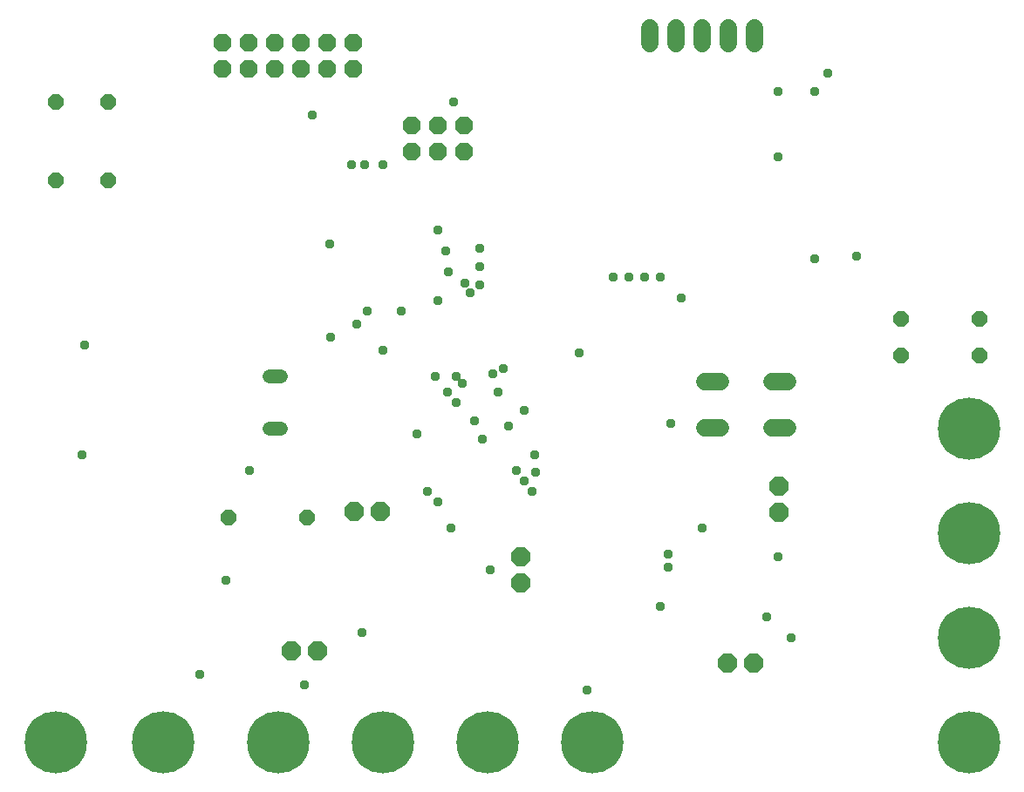
<source format=gbr>
G04 EAGLE Gerber RS-274X export*
G75*
%MOMM*%
%FSLAX34Y34*%
%LPD*%
%INSoldermask Bottom*%
%IPPOS*%
%AMOC8*
5,1,8,0,0,1.08239X$1,22.5*%
G01*
%ADD10C,6.045200*%
%ADD11P,1.951982X8X22.500000*%
%ADD12P,1.951982X8X112.500000*%
%ADD13P,1.951982X8X202.500000*%
%ADD14P,1.951982X8X292.500000*%
%ADD15P,1.869504X8X22.500000*%
%ADD16C,1.727200*%
%ADD17P,1.649562X8X112.500000*%
%ADD18P,1.649562X8X202.500000*%
%ADD19C,1.320800*%
%ADD20C,0.959600*%


D10*
X38100Y50800D03*
X142240Y50800D03*
D11*
X266700Y139700D03*
X292100Y139700D03*
D12*
X489280Y205740D03*
X489280Y231140D03*
D13*
X353220Y274480D03*
X327820Y274480D03*
D11*
X690080Y127800D03*
X715480Y127800D03*
D14*
X740080Y299720D03*
X740080Y274320D03*
D10*
X558800Y50800D03*
X457200Y50800D03*
X924700Y50800D03*
X254000Y50800D03*
X355600Y50800D03*
X924700Y152400D03*
X924700Y355600D03*
X924700Y254000D03*
D15*
X383540Y624840D03*
X383540Y650240D03*
X408940Y624840D03*
X408940Y650240D03*
X434340Y624840D03*
X434340Y650240D03*
D16*
X716420Y729920D02*
X716420Y745160D01*
X691020Y745160D02*
X691020Y729920D01*
X665620Y729920D02*
X665620Y745160D01*
X640220Y745160D02*
X640220Y729920D01*
X614820Y729920D02*
X614820Y745160D01*
D17*
X88900Y596900D03*
X88900Y673100D03*
X38100Y596900D03*
X38100Y673100D03*
D16*
X668388Y401066D02*
X683628Y401066D01*
X683628Y355854D02*
X668388Y355854D01*
X733412Y401066D02*
X748652Y401066D01*
X748652Y355854D02*
X733412Y355854D01*
D15*
X199860Y705320D03*
X199860Y730720D03*
X225260Y705320D03*
X225260Y730720D03*
X250660Y705320D03*
X250660Y730720D03*
X276060Y705320D03*
X276060Y730720D03*
X301460Y705320D03*
X301460Y730720D03*
X326860Y705320D03*
X326860Y730720D03*
D18*
X281940Y269240D03*
X205740Y269240D03*
X934720Y426720D03*
X858520Y426720D03*
X934720Y462280D03*
X858520Y462280D03*
D19*
X257048Y406400D02*
X245872Y406400D01*
X245872Y355600D02*
X257048Y355600D01*
D20*
X63500Y330200D03*
X177800Y116840D03*
X203200Y208280D03*
X66040Y436880D03*
X624840Y182880D03*
X226060Y314960D03*
X815340Y523240D03*
X774700Y520700D03*
X304800Y444500D03*
X424180Y673100D03*
X492760Y304800D03*
X492760Y373380D03*
X645160Y482600D03*
X579120Y502920D03*
X500380Y294640D03*
X635000Y360680D03*
X408940Y548640D03*
X467360Y391160D03*
X408940Y284480D03*
X444500Y363220D03*
X452120Y345440D03*
X485140Y314960D03*
X406400Y406400D03*
X477520Y358140D03*
X440876Y487680D03*
X337820Y612140D03*
X435876Y496344D03*
X355600Y612140D03*
X279400Y106680D03*
X751840Y152400D03*
X553720Y101600D03*
X739140Y231140D03*
X665480Y259080D03*
X335280Y157480D03*
X728754Y172604D03*
X459740Y218440D03*
X632460Y220980D03*
X421640Y259080D03*
X632460Y233680D03*
X462280Y408940D03*
X287020Y660400D03*
X416560Y528320D03*
X449580Y530860D03*
X739140Y683260D03*
X774700Y683260D03*
X419100Y508000D03*
X449580Y513080D03*
X739140Y619760D03*
X787400Y701040D03*
X624840Y502920D03*
X609600Y502920D03*
X594360Y502920D03*
X472440Y414020D03*
X325120Y612140D03*
X449580Y495300D03*
X373380Y469900D03*
X340360Y469900D03*
X388620Y350520D03*
X502920Y330200D03*
X503760Y313260D03*
X398780Y294640D03*
X426720Y381000D03*
X432844Y398993D03*
X408940Y480060D03*
X418256Y391160D03*
X426720Y406400D03*
X330200Y457200D03*
X303960Y535100D03*
X355600Y431800D03*
X546100Y429260D03*
M02*

</source>
